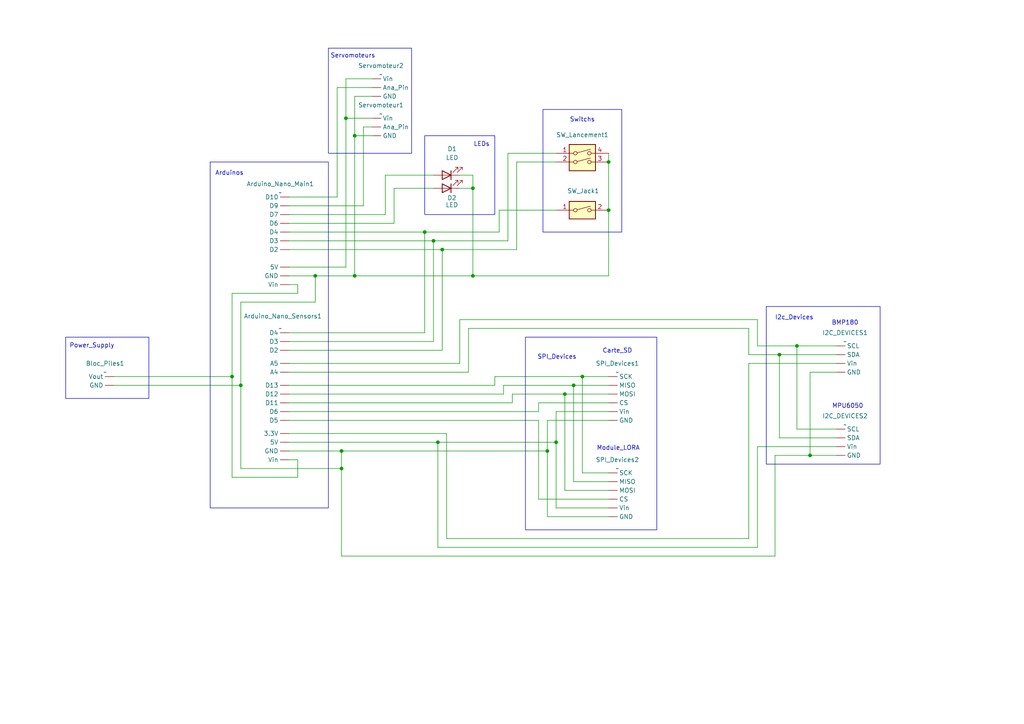
<source format=kicad_sch>
(kicad_sch (version 20231120) (generator "eeschema") (generator_version "8.0")
  (paper "A4")
  (title_block (title "Schéma Electrique S'Cpace") (date "2024-04-12") (rev "CRoche") (company "INS'AERO - PÔLE THECNIQUE - INSA CVL") (comment 1 "Projet C'Space 2024") (comment 2 "INSARIANNE1") (comment 3 "Schéma électrique (2 cartes Arduino Nano)"))
  (lib_symbols
    (symbol "Arduino_sensors_1"
      (property "Reference" "Arduino_Nano_Sensors1" (at -1.778 45.466 0))
      (property "Value" "~" (at -2.54 41.91 0))
      (symbol "Arduino_sensors_1_1_1"
        (pin power_out line (at 0 11.43 180) (length 2.54) (name "3.3V") (number ""))
        (pin power_out line (at 0 8.89 180) (length 2.54) (name "5V") (number ""))
        (pin bidirectional line (at 0 29.21 180) (length 2.54) (name "A4") (number ""))
        (pin bidirectional line (at 0 31.75 180) (length 2.54) (name "A5") (number ""))
        (pin bidirectional line (at 0 20.32 180) (length 2.54) (name "D11") (number ""))
        (pin bidirectional line (at 0 22.86 180) (length 2.54) (name "D12") (number ""))
        (pin bidirectional line (at 0 25.4 180) (length 2.54) (name "D13") (number ""))
        (pin bidirectional line (at 0 35.56 180) (length 2.54) (name "D2") (number ""))
        (pin bidirectional line (at 0 38.1 180) (length 2.54) (name "D3") (number ""))
        (pin bidirectional line (at 0 40.64 180) (length 2.54) (name "D4") (number ""))
        (pin bidirectional line (at 0 15.24 180) (length 2.54) (name "D5") (number ""))
        (pin bidirectional line (at 0 17.78 180) (length 2.54) (name "D6") (number ""))
        (pin bidirectional line (at 0 6.35 180) (length 2.54) (name "GND") (number ""))
        (pin power_in line (at 0 3.81 180) (length 2.54) (name "Vin") (number ""))
      )
    )
    (symbol "Device:LED" (pin_numbers hide) (pin_names (offset 1.016) hide)
      (property "Reference" "D" (at 0 2.54 0))
      (property "Value" "LED" (at 0 -2.54 0))
      (symbol "LED_0_1"
        (polyline (pts (xy -1.27 -1.27) (xy -1.27 1.27)) (stroke (width 0.254)))
        (polyline (pts (xy -1.27 0) (xy 1.27 0)))
        (polyline (pts (xy 1.27 -1.27) (xy 1.27 1.27) (xy -1.27 0) (xy 1.27 -1.27)) (stroke (width 0.254)))
        (polyline (pts (xy -3.048 -0.762) (xy -4.572 -2.286) (xy -3.81 -2.286) (xy -4.572 -2.286) (xy -4.572 -1.524)))
        (polyline (pts (xy -1.778 -0.762) (xy -3.302 -2.286) (xy -2.54 -2.286) (xy -3.302 -2.286) (xy -3.302 -1.524)))
      )
      (symbol "LED_1_1"
        (pin passive line (at -3.81 0 0) (length 2.54) (name "K") (number "1"))
        (pin passive line (at 3.81 0 180) (length 2.54) (name "A") (number "2"))
      )
    )
    (symbol "Lib_Perso:Arduino_Main"
      (property "Reference" "Arduino_Nano_Main" (at -2.54 34.29 0))
      (property "Value" "~" (at -2.54 31.75 0))
      (symbol "Arduino_Main_1_1"
        (pin power_out line (at 0 10.16 180) (length 2.54) (name "5V") (number ""))
        (pin bidirectional line (at 0 30.48 180) (length 2.54) (name "D10") (number ""))
        (pin bidirectional line (at 0 15.24 180) (length 2.54) (name "D2") (number ""))
        (pin bidirectional line (at 0 17.78 180) (length 2.54) (name "D3") (number ""))
        (pin bidirectional line (at 0 20.32 180) (length 2.54) (name "D4") (number ""))
        (pin bidirectional line (at 0 22.86 180) (length 2.54) (name "D6") (number ""))
        (pin bidirectional line (at 0 25.4 180) (length 2.54) (name "D7") (number ""))
        (pin bidirectional line (at 0 27.94 180) (length 2.54) (name "D9") (number ""))
        (pin bidirectional line (at 0 7.62 180) (length 2.54) (name "GND") (number ""))
        (pin power_in line (at 0 5.08 180) (length 2.54) (name "Vin") (number ""))
      )
    )
    (symbol "Lib_Perso:I2C_Devices"
      (property "Reference" "I2C_DEVICES1" (at -2.54 16.51 0))
      (property "Value" "~" (at -2.54 13.97 0))
      (symbol "I2C_Devices_1_1"
        (pin bidirectional line (at 0 5.08 180) (length 2.54) (name "GND") (number ""))
        (pin bidirectional line (at 0 12.7 180) (length 2.54) (name "SCL") (number ""))
        (pin bidirectional line (at 0 10.16 180) (length 2.54) (name "SDA") (number ""))
        (pin power_in line (at 0 7.62 180) (length 2.54) (name "Vin") (number ""))
      )
    )
    (symbol "Lib_Perso:Pile"
      (property "Reference" "Bloc_Piles1" (at -2.54 10.16 0))
      (property "Value" "~" (at -2.54 7.62 0))
      (symbol "Pile_1_1"
        (pin bidirectional line (at 0 3.81 180) (length 2.54) (name "GND") (number ""))
        (pin power_out line (at 0 6.35 180) (length 2.54) (name "Vout") (number ""))
      )
    )
    (symbol "Lib_Perso:SPI_Devices"
      (property "Reference" "SPI_Devices" (at 0 0 0))
      (symbol "SPI_Devices_1_1"
        (pin input line (at 0 10.16 180) (length 2.54) (name "CS") (number ""))
        (pin input line (at 0 5.08 180) (length 2.54) (name "GND") (number ""))
        (pin output line (at 0 15.24 180) (length 2.54) (name "MISO") (number ""))
        (pin input line (at 0 12.7 180) (length 2.54) (name "MOSI") (number ""))
        (pin input line (at 0 17.78 180) (length 2.54) (name "SCK") (number ""))
        (pin power_in line (at 0 7.62 180) (length 2.54) (name "Vin") (number ""))
      )
    )
    (symbol "Lib_Perso:Servomoteur"
      (property "Reference" "Servomoteur1" (at -2.54 12.7 0))
      (property "Value" "~" (at -2.54 10.16 0))
      (symbol "Servomoteur_1_1"
        (pin input line (at 0 6.35 180) (length 2.54) (name "Ana_Pin") (number ""))
        (pin bidirectional line (at 0 3.81 180) (length 2.54) (name "GND") (number ""))
        (pin power_in line (at 0 8.89 180) (length 2.54) (name "Vin") (number ""))
      )
    )
    (symbol "SPI_Devices_1"
      (property "Reference" "SPI_Devices1" (at -2.54 21.59 0))
      (property "Value" "~" (at -2.54 19.05 0))
      (symbol "SPI_Devices_1_1_1"
        (pin input line (at 0 10.16 180) (length 2.54) (name "CS") (number ""))
        (pin input line (at 0 5.08 180) (length 2.54) (name "GND") (number ""))
        (pin bidirectional line (at 0 15.24 180) (length 2.54) (name "MISO") (number ""))
        (pin bidirectional line (at 0 12.7 180) (length 2.54) (name "MOSI") (number ""))
        (pin input line (at 0 17.78 180) (length 2.54) (name "SCK") (number ""))
        (pin power_in line (at 0 7.62 180) (length 2.54) (name "Vin") (number ""))
      )
    )
    (symbol "Servomoteur_1"
      (property "Reference" "Servomoteur2" (at -2.54 12.7 0))
      (property "Value" "~" (at -2.54 10.16 0))
      (symbol "Servomoteur_1_1_1"
        (pin input line (at 0 6.35 180) (length 2.54) (name "Ana_Pin") (number ""))
        (pin bidirectional line (at 0 3.81 180) (length 2.54) (name "GND") (number ""))
        (pin power_in line (at 0 8.89 180) (length 2.54) (name "Vin") (number ""))
      )
    )
    (symbol "Switch:SW_DIP_x01" (pin_names (offset 0) hide)
      (property "Reference" "SW" (at 0 3.81 0))
      (property "Value" "SW_DIP_x01" (at 0 -3.81 0))
      (symbol "SW_DIP_x01_0_0"
        (circle (center -2.032 0) (radius 0.508))
        (polyline (pts (xy -1.524 0.127) (xy 2.3622 1.1684)))
        (circle (center 2.032 0) (radius 0.508))
      )
      (symbol "SW_DIP_x01_0_1"
        (rectangle (start -3.81 2.54) (end 3.81 -2.54) (stroke (width 0.254)) (fill (type background)))
      )
      (symbol "SW_DIP_x01_1_1"
        (pin passive line (at -7.62 0 0) (length 5.08) (name "~") (number "1"))
        (pin passive line (at 7.62 0 180) (length 5.08) (name "~") (number "2"))
      )
    )
    (symbol "Switch:SW_DIP_x02" (pin_names (offset 0) hide)
      (property "Reference" "SW" (at 0 6.35 0))
      (property "Value" "SW_DIP_x02" (at 0 -3.81 0))
      (symbol "SW_DIP_x02_0_0"
        (circle (center -2.032 0) (radius 0.508))
        (circle (center -2.032 2.54) (radius 0.508))
        (polyline (pts (xy -1.524 0.127) (xy 2.3622 1.1684)))
        (polyline (pts (xy -1.524 2.667) (xy 2.3622 3.7084)))
        (circle (center 2.032 0) (radius 0.508))
        (circle (center 2.032 2.54) (radius 0.508))
      )
      (symbol "SW_DIP_x02_0_1"
        (rectangle (start -3.81 5.08) (end 3.81 -2.54) (stroke (width 0.254)) (fill (type background)))
      )
      (symbol "SW_DIP_x02_1_1"
        (pin passive line (at -7.62 2.54 0) (length 5.08) (name "~") (number "1"))
        (pin passive line (at -7.62 0 0) (length 5.08) (name "~") (number "2"))
        (pin passive line (at 7.62 0 180) (length 5.08) (name "~") (number "3"))
        (pin passive line (at 7.62 2.54 180) (length 5.08) (name "~") (number "4"))
      )
    )
  )
  (junction (at 158.75 130.81))
  (junction (at 99.06 130.81))
  (junction (at 234.95 132.08))
  (junction (at 102.87 80.01))
  (junction (at 161.29 128.27))
  (junction (at 69.85 111.76))
  (junction (at 137.16 80.01))
  (junction (at 123.19 67.31))
  (junction (at 168.91 109.22))
  (junction (at 166.37 111.76))
  (junction (at 102.87 39.37))
  (junction (at 67.31 109.22))
  (junction (at 137.16 54.61))
  (junction (at 125.73 69.85))
  (junction (at 91.44 80.01))
  (junction (at 99.06 135.89))
  (junction (at 226.06 102.87))
  (junction (at 176.53 46.99))
  (junction (at 100.33 34.29))
  (junction (at 231.14 100.33))
  (junction (at 128.27 72.39))
  (junction (at 127 128.27))
  (junction (at 163.83 114.3))
  (junction (at 176.53 60.96))
  (wire (pts (xy 69.85 111.76) (xy 69.85 135.89)))
  (wire (pts (xy 137.16 54.61) (xy 137.16 80.01)))
  (wire (pts (xy 125.73 69.85) (xy 125.73 99.06)))
  (wire (pts (xy 111.76 50.8) (xy 111.76 62.23)))
  (wire (pts (xy 123.19 96.52) (xy 83.82 96.52)))
  (wire (pts (xy 143.51 111.76) (xy 143.51 109.22)))
  (wire (pts (xy 149.86 72.39) (xy 149.86 46.99)))
  (wire (pts (xy 147.32 44.45) (xy 161.29 44.45)))
  (wire (pts (xy 102.87 27.94) (xy 107.95 27.94)))
  (wire (pts (xy 83.82 67.31) (xy 123.19 67.31)))
  (wire (pts (xy 156.21 121.92) (xy 156.21 144.78)))
  (wire (pts (xy 33.02 111.76) (xy 69.85 111.76)))
  (wire (pts (xy 83.82 57.15) (xy 97.79 57.15)))
  (wire (pts (xy 125.73 50.8) (xy 111.76 50.8)))
  (wire (pts (xy 137.16 54.61) (xy 133.35 54.61)))
  (wire (pts (xy 219.71 129.54) (xy 242.57 129.54)))
  (wire (pts (xy 161.29 119.38) (xy 161.29 128.27)))
  (wire (pts (xy 83.82 128.27) (xy 127 128.27)))
  (wire (pts (xy 217.17 95.25) (xy 217.17 102.87)))
  (wire (pts (xy 99.06 135.89) (xy 99.06 161.29)))
  (wire (pts (xy 33.02 109.22) (xy 67.31 109.22)))
  (wire (pts (xy 163.83 114.3) (xy 176.53 114.3)))
  (wire (pts (xy 100.33 34.29) (xy 100.33 77.47)))
  (wire (pts (xy 128.27 72.39) (xy 149.86 72.39)))
  (wire (pts (xy 83.82 72.39) (xy 128.27 72.39)))
  (wire (pts (xy 168.91 109.22) (xy 176.53 109.22)))
  (wire (pts (xy 133.35 105.41) (xy 133.35 92.71)))
  (wire (pts (xy 146.05 111.76) (xy 166.37 111.76)))
  (wire (pts (xy 86.36 138.43) (xy 86.36 133.35)))
  (wire (pts (xy 231.14 100.33) (xy 231.14 124.46)))
  (wire (pts (xy 135.89 107.95) (xy 135.89 95.25)))
  (wire (pts (xy 168.91 137.16) (xy 176.53 137.16)))
  (wire (pts (xy 100.33 22.86) (xy 107.95 22.86)))
  (wire (pts (xy 125.73 99.06) (xy 83.82 99.06)))
  (wire (pts (xy 234.95 107.95) (xy 234.95 132.08)))
  (wire (pts (xy 143.51 109.22) (xy 168.91 109.22)))
  (wire (pts (xy 83.82 62.23) (xy 111.76 62.23)))
  (wire (pts (xy 147.32 44.45) (xy 147.32 69.85)))
  (wire (pts (xy 161.29 119.38) (xy 176.53 119.38)))
  (wire (pts (xy 224.79 132.08) (xy 234.95 132.08)))
  (wire (pts (xy 83.82 69.85) (xy 125.73 69.85)))
  (wire (pts (xy 102.87 39.37) (xy 102.87 80.01)))
  (wire (pts (xy 231.14 100.33) (xy 219.71 100.33)))
  (wire (pts (xy 83.82 107.95) (xy 135.89 107.95)))
  (wire (pts (xy 166.37 111.76) (xy 166.37 139.7)))
  (wire (pts (xy 91.44 80.01) (xy 91.44 87.63)))
  (wire (pts (xy 231.14 124.46) (xy 242.57 124.46)))
  (wire (pts (xy 91.44 80.01) (xy 102.87 80.01)))
  (wire (pts (xy 129.54 156.21) (xy 217.17 156.21)))
  (wire (pts (xy 219.71 92.71) (xy 133.35 92.71)))
  (wire (pts (xy 217.17 105.41) (xy 242.57 105.41)))
  (wire (pts (xy 97.79 25.4) (xy 97.79 57.15)))
  (wire (pts (xy 219.71 100.33) (xy 219.71 92.71)))
  (wire (pts (xy 135.89 95.25) (xy 217.17 95.25)))
  (wire (pts (xy 217.17 156.21) (xy 217.17 105.41)))
  (wire (pts (xy 69.85 135.89) (xy 99.06 135.89)))
  (wire (pts (xy 148.59 116.84) (xy 148.59 114.3)))
  (wire (pts (xy 127 128.27) (xy 127 158.75)))
  (wire (pts (xy 83.82 119.38) (xy 156.21 119.38)))
  (wire (pts (xy 156.21 119.38) (xy 156.21 116.84)))
  (wire (pts (xy 226.06 127) (xy 242.57 127)))
  (wire (pts (xy 226.06 102.87) (xy 242.57 102.87)))
  (wire (pts (xy 156.21 144.78) (xy 176.53 144.78)))
  (wire (pts (xy 99.06 130.81) (xy 158.75 130.81)))
  (wire (pts (xy 86.36 82.55) (xy 86.36 85.09)))
  (wire (pts (xy 144.78 67.31) (xy 144.78 60.96)))
  (wire (pts (xy 67.31 138.43) (xy 86.36 138.43)))
  (wire (pts (xy 158.75 121.92) (xy 158.75 130.81)))
  (wire (pts (xy 158.75 149.86) (xy 176.53 149.86)))
  (wire (pts (xy 86.36 133.35) (xy 83.82 133.35)))
  (wire (pts (xy 83.82 130.81) (xy 99.06 130.81)))
  (wire (pts (xy 123.19 67.31) (xy 144.78 67.31)))
  (wire (pts (xy 86.36 85.09) (xy 67.31 85.09)))
  (wire (pts (xy 99.06 130.81) (xy 99.06 135.89)))
  (wire (pts (xy 105.41 36.83) (xy 107.95 36.83)))
  (wire (pts (xy 114.3 54.61) (xy 114.3 64.77)))
  (wire (pts (xy 137.16 80.01) (xy 176.53 80.01)))
  (wire (pts (xy 83.82 59.69) (xy 105.41 59.69)))
  (wire (pts (xy 83.82 116.84) (xy 148.59 116.84)))
  (wire (pts (xy 161.29 147.32) (xy 176.53 147.32)))
  (wire (pts (xy 91.44 87.63) (xy 69.85 87.63)))
  (wire (pts (xy 86.36 82.55) (xy 83.82 82.55)))
  (wire (pts (xy 168.91 109.22) (xy 168.91 137.16)))
  (wire (pts (xy 127 128.27) (xy 161.29 128.27)))
  (wire (pts (xy 231.14 100.33) (xy 242.57 100.33)))
  (wire (pts (xy 83.82 111.76) (xy 143.51 111.76)))
  (wire (pts (xy 158.75 130.81) (xy 158.75 149.86)))
  (wire (pts (xy 224.79 161.29) (xy 224.79 132.08)))
  (wire (pts (xy 125.73 69.85) (xy 147.32 69.85)))
  (wire (pts (xy 242.57 132.08) (xy 234.95 132.08)))
  (wire (pts (xy 219.71 158.75) (xy 219.71 129.54)))
  (wire (pts (xy 100.33 34.29) (xy 107.95 34.29)))
  (wire (pts (xy 133.35 50.8) (xy 137.16 50.8)))
  (wire (pts (xy 146.05 114.3) (xy 146.05 111.76)))
  (wire (pts (xy 102.87 27.94) (xy 102.87 39.37)))
  (wire (pts (xy 97.79 25.4) (xy 107.95 25.4)))
  (wire (pts (xy 128.27 72.39) (xy 128.27 101.6)))
  (wire (pts (xy 149.86 46.99) (xy 161.29 46.99)))
  (wire (pts (xy 144.78 60.96) (xy 161.29 60.96)))
  (wire (pts (xy 176.53 44.45) (xy 176.53 46.99)))
  (wire (pts (xy 69.85 87.63) (xy 69.85 111.76)))
  (wire (pts (xy 166.37 111.76) (xy 176.53 111.76)))
  (wire (pts (xy 226.06 102.87) (xy 226.06 127)))
  (wire (pts (xy 100.33 22.86) (xy 100.33 34.29)))
  (wire (pts (xy 137.16 50.8) (xy 137.16 54.61)))
  (wire (pts (xy 129.54 125.73) (xy 129.54 156.21)))
  (wire (pts (xy 83.82 77.47) (xy 100.33 77.47)))
  (wire (pts (xy 163.83 114.3) (xy 163.83 142.24)))
  (wire (pts (xy 161.29 128.27) (xy 161.29 147.32)))
  (wire (pts (xy 105.41 59.69) (xy 105.41 36.83)))
  (wire (pts (xy 133.35 105.41) (xy 83.82 105.41)))
  (wire (pts (xy 67.31 109.22) (xy 67.31 138.43)))
  (wire (pts (xy 128.27 101.6) (xy 83.82 101.6)))
  (wire (pts (xy 217.17 102.87) (xy 226.06 102.87)))
  (wire (pts (xy 102.87 39.37) (xy 107.95 39.37)))
  (wire (pts (xy 158.75 121.92) (xy 176.53 121.92)))
  (wire (pts (xy 163.83 142.24) (xy 176.53 142.24)))
  (wire (pts (xy 102.87 80.01) (xy 137.16 80.01)))
  (wire (pts (xy 166.37 139.7) (xy 176.53 139.7)))
  (wire (pts (xy 83.82 121.92) (xy 156.21 121.92)))
  (wire (pts (xy 123.19 67.31) (xy 123.19 96.52)))
  (wire (pts (xy 234.95 107.95) (xy 242.57 107.95)))
  (wire (pts (xy 99.06 161.29) (xy 224.79 161.29)))
  (wire (pts (xy 83.82 114.3) (xy 146.05 114.3)))
  (wire (pts (xy 114.3 54.61) (xy 125.73 54.61)))
  (wire (pts (xy 83.82 64.77) (xy 114.3 64.77)))
  (wire (pts (xy 67.31 85.09) (xy 67.31 109.22)))
  (wire (pts (xy 148.59 114.3) (xy 163.83 114.3)))
  (wire (pts (xy 156.21 116.84) (xy 176.53 116.84)))
  (wire (pts (xy 127 158.75) (xy 219.71 158.75)))
  (wire (pts (xy 83.82 125.73) (xy 129.54 125.73)))
  (wire (pts (xy 83.82 80.01) (xy 91.44 80.01)))
  (wire (pts (xy 176.53 60.96) (xy 176.53 80.01)))
  (wire (pts (xy 176.53 46.99) (xy 176.53 60.96)))
  (rectangle (start 157.48 31.75) (end 180.34 67.31))
  (rectangle (start 180.34 53.34) (end 180.34 53.34))
  (rectangle (start 123.19 39.37) (end 143.51 62.23))
  (rectangle (start 222.25 88.9) (end 255.27 134.62))
  (rectangle (start 19.05 97.79) (end 43.18 115.57))
  (rectangle (start 95.25 13.97) (end 119.38 44.45))
  (rectangle (start 152.4 97.79) (end 190.5 153.67))
  (rectangle (start 60.96 46.99) (end 95.25 147.32))
  (text "MPU6050" (at 245.872 117.856 0) (effects (font (size 1.27 1.27))))
  (text "Module_LORA" (at 179.324 130.048 0) (effects (font (size 1.27 1.27))))
  (text "Arduinos" (at 66.548 50.292 0) (effects (font (size 1.27 1.27))))
  (text "Power_Supply" (at 26.67 100.33 0) (effects (font (size 1.27 1.27))))
  (text "SPI_Devices" (at 161.544 103.632 0) (effects (font (size 1.27 1.27))))
  (text "Switchs" (at 168.91 34.798 0) (effects (font (size 1.27 1.27))))
  (text "BMP180" (at 245.11 93.726 0) (effects (font (size 1.27 1.27))))
  (text "Carte_SD" (at 179.07 101.854 0) (effects (font (size 1.27 1.27))))
  (text "I2c_Devices" (at 230.378 92.202 0) (effects (font (size 1.27 1.27))))
  (text "Servomoteurs" (at 102.362 16.256 0) (effects (font (size 1.27 1.27))))
  (text "LEDs" (at 139.7 41.91 0) (effects (font (size 1.27 1.27))))
  (symbol (lib_id "Device:LED") (at 129.54 54.61 180) (unit 1)
    (property "Reference" "D2" (at 131.064 57.404 0))
    (property "Value" "LED" (at 131.064 59.436 0))
    (property "Description" "Light emitting diode" (effects (hide yes)))
  )
  (symbol (lib_id "Lib_Perso:Arduino_Main") (at 83.82 87.63 0) (unit 1)
    (property "Reference" "Arduino_Nano_Main1" (at 81.28 53.34 0))
    (property "Value" "~" (at 81.28 55.88 0))
  )
  (symbol (lib_name "Lib_Perso:I2C_Devices") (lib_id "Lib_Perso:I2C_Devices") (at 242.57 137.16 0) (mirror y) (unit 1)
    (property "Reference" "I2C_DEVICES2" (at 245.11 120.65 0))
    (property "Value" "~" (at 245.11 123.19 0))
  )
  (symbol (lib_name "Lib_Perso:I2C_Devices") (lib_id "Lib_Perso:I2C_Devices") (at 242.57 113.03 0) (mirror y) (unit 1)
    (property "Reference" "I2C_DEVICES1" (at 245.11 96.52 0))
    (property "Value" "~" (at 245.11 99.06 0))
  )
  (symbol (lib_id "Switch:SW_DIP_x02") (at 168.91 46.99 0) (unit 1)
    (property "Reference" "SW_Lancement1" (at 168.91 39.116 0))
    (property "Value" "SW_DIP_x02" (effects (hide yes)))
    (property "Description" "2x DIP Switch, Single Pole Single Throw (SPST) switch, small symbol" (effects (hide yes)))
  )
  (symbol (lib_id "Device:LED") (at 129.54 50.8 180) (unit 1)
    (property "Reference" "D1" (at 131.1275 43.18 0))
    (property "Value" "LED" (at 131.1275 45.72 0))
    (property "Description" "Light emitting diode" (effects (hide yes)))
  )
  (symbol (lib_name "Lib_Perso:Servomoteur") (lib_id "Lib_Perso:Servomoteur") (at 107.95 43.18 0) (mirror y) (unit 1)
    (property "Reference" "Servomoteur1" (at 110.49 30.48 0))
    (property "Value" "~" (at 110.49 33.02 0))
  )
  (symbol (lib_name "Lib_Perso:SPI_Devices") (lib_id "Lib_Perso:SPI_Devices") (at 176.53 154.94 0) (mirror y) (unit 1)
    (property "Reference" "SPI_Devices2" (at 179.07 133.35 0))
    (property "Value" "~" (at 179.07 135.89 0))
  )
  (symbol (lib_name "Servomoteur_1") (lib_id "Lib_Perso:Servomoteur") (at 107.95 31.75 0) (mirror y) (unit 1)
    (property "Reference" "Servomoteur2" (at 110.49 19.05 0))
    (property "Value" "~" (at 110.49 21.59 0))
  )
  (symbol (lib_name "Arduino_sensors_1") (lib_id "Lib_Perso:Arduino_sensors") (at 83.82 137.16 0) (unit 1)
    (property "Reference" "Arduino_Nano_Sensors1" (at 82.042 91.694 0))
    (property "Value" "~" (at 81.28 95.25 0))
  )
  (symbol (lib_name "SPI_Devices_1") (lib_id "Lib_Perso:SPI_Devices") (at 176.53 127 0) (mirror y) (unit 1)
    (property "Reference" "SPI_Devices1" (at 179.07 105.41 0))
    (property "Value" "~" (at 179.07 107.95 0))
  )
  (symbol (lib_id "Lib_Perso:Pile") (at 33.02 115.57 0) (unit 1)
    (property "Reference" "Bloc_Piles1" (at 30.48 105.41 0))
    (property "Value" "~" (at 30.48 107.95 0))
  )
  (symbol (lib_id "Switch:SW_DIP_x01") (at 168.91 60.96 0) (unit 1)
    (property "Reference" "SW_Jack1" (at 169.164 55.372 0))
    (property "Value" "SW_DIP_x01" (effects (hide yes)))
    (property "Description" "1x DIP Switch, Single Pole Single Throw (SPST) switch, small symbol" (effects (hide yes)))
  )
)
</source>
